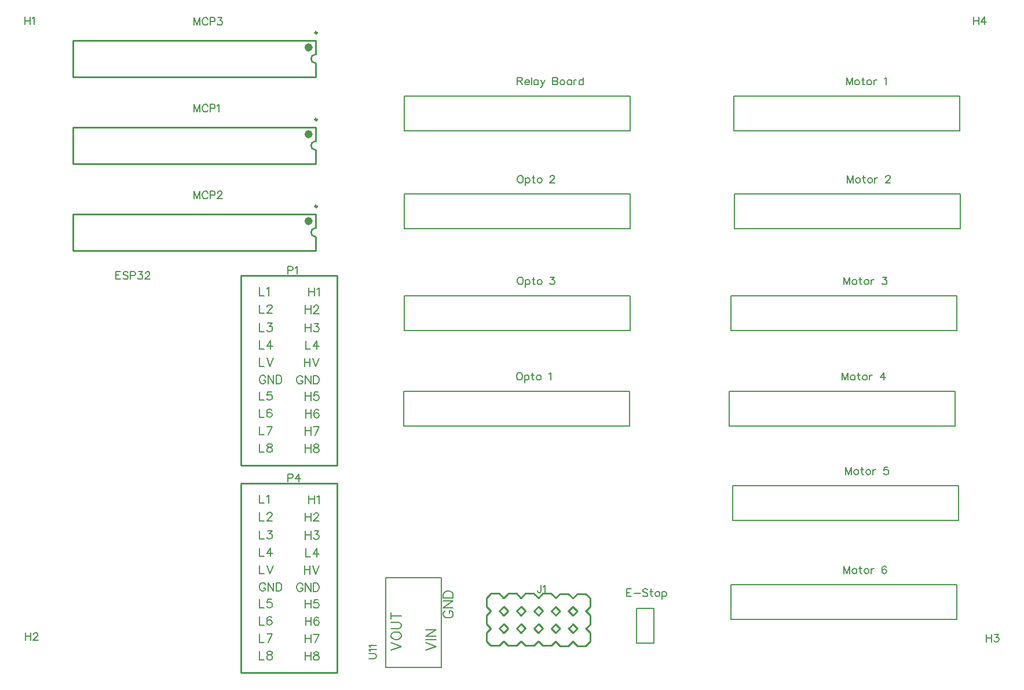
<source format=gto>
G04 Layer: TopSilkLayer*
G04 EasyEDA v6.3.22, 2020-03-25T13:14:10--4:00*
G04 1574771aa074462d83633fc8b9922ba8,dfa15b47affc40b8846523cd8aea0214,10*
G04 Gerber Generator version 0.2*
G04 Scale: 100 percent, Rotated: No, Reflected: No *
G04 Dimensions in inches *
G04 leading zeros omitted , absolute positions ,2 integer and 4 decimal *
%FSLAX24Y24*%
%MOIN*%
G90*
G70D02*

%ADD10C,0.010000*%
%ADD11C,0.005000*%
%ADD12C,0.006000*%
%ADD25C,0.008000*%
%ADD26C,0.007992*%
%ADD27C,0.023622*%
%ADD28C,0.011811*%

%LPD*%
G54D10*
G01X14440Y12456D02*
G01X19959Y12456D01*
G01X19959Y1543D01*
G01X14440Y1543D01*
G01X14440Y12456D01*
G01X14440Y24406D02*
G01X19959Y24406D01*
G01X19959Y13493D01*
G01X14440Y13493D01*
G01X14440Y24406D01*
G54D11*
G01X22752Y1848D02*
G01X22752Y6998D01*
G01X25952Y6998D01*
G01X25952Y1848D01*
G01X22752Y1848D01*
G54D10*
G01X18718Y31650D02*
G01X18718Y30856D01*
G01X4781Y30856D01*
G01X4781Y32943D01*
G01X18718Y32943D01*
G01X18718Y32150D01*
G01X18718Y26650D02*
G01X18718Y25856D01*
G01X4781Y25856D01*
G01X4781Y27943D01*
G01X18718Y27943D01*
G01X18718Y27150D01*
G01X18718Y36650D02*
G01X18718Y35856D01*
G01X4781Y35856D01*
G01X4781Y37943D01*
G01X18718Y37943D01*
G01X18718Y37150D01*
G54D25*
G01X42800Y34750D02*
G01X55800Y34750D01*
G01X55800Y32750D01*
G01X42800Y32750D01*
G01X42800Y34750D01*
G01X42850Y29100D02*
G01X55850Y29100D01*
G01X55850Y27100D01*
G01X42850Y27100D01*
G01X42850Y29100D01*
G01X42650Y23250D02*
G01X55650Y23250D01*
G01X55650Y21250D01*
G01X42650Y21250D01*
G01X42650Y23250D01*
G01X42550Y17750D02*
G01X55550Y17750D01*
G01X55550Y15750D01*
G01X42550Y15750D01*
G01X42550Y17750D01*
G01X42750Y12300D02*
G01X55750Y12300D01*
G01X55750Y10300D01*
G01X42750Y10300D01*
G01X42750Y12300D01*
G01X42650Y6600D02*
G01X55650Y6600D01*
G01X55650Y4600D01*
G01X42650Y4600D01*
G01X42650Y6600D01*
G01X23850Y34750D02*
G01X36850Y34750D01*
G01X36850Y32750D01*
G01X23850Y32750D01*
G01X23850Y34750D01*
G01X23800Y17750D02*
G01X36800Y17750D01*
G01X36800Y15750D01*
G01X23800Y15750D01*
G01X23800Y17750D01*
G01X23850Y23250D02*
G01X36850Y23250D01*
G01X36850Y21250D01*
G01X23850Y21250D01*
G01X23850Y23250D01*
G01X23850Y29100D02*
G01X36850Y29100D01*
G01X36850Y27100D01*
G01X23850Y27100D01*
G01X23850Y29100D01*
G01X37200Y5250D02*
G01X38200Y5250D01*
G01X38200Y3250D01*
G01X37200Y3250D01*
G01X37200Y4000D01*
G54D26*
G01X37200Y5250D02*
G01X37200Y4000D01*
G54D10*
G01X28559Y5341D02*
G01X28559Y5841D01*
G01X29311Y6097D02*
G01X28811Y6097D01*
G01X28807Y5097D02*
G01X28559Y5345D01*
G01X29547Y5853D02*
G01X29299Y6101D01*
G01X28807Y6089D02*
G01X28559Y5841D01*
G01X29551Y5345D02*
G01X29303Y5097D01*
G01X30311Y6097D02*
G01X29811Y6097D01*
G01X29807Y5097D02*
G01X29559Y5345D01*
G01X30547Y5853D02*
G01X30299Y6101D01*
G01X29807Y6089D02*
G01X29559Y5841D01*
G01X30551Y5345D02*
G01X30303Y5097D01*
G01X31799Y6097D02*
G01X32299Y6097D01*
G01X32303Y5097D02*
G01X32551Y5345D01*
G01X31563Y5853D02*
G01X31811Y6101D01*
G01X32303Y6089D02*
G01X32551Y5841D01*
G01X31559Y5345D02*
G01X31807Y5097D01*
G01X30799Y6097D02*
G01X31299Y6097D01*
G01X31303Y5097D02*
G01X31551Y5345D01*
G01X30563Y5853D02*
G01X30811Y6101D01*
G01X31303Y6089D02*
G01X31551Y5841D01*
G01X30559Y5345D02*
G01X30807Y5097D01*
G01X33291Y6090D02*
G01X32791Y6090D01*
G01X32787Y5090D02*
G01X32539Y5338D01*
G01X33527Y5846D02*
G01X33279Y6094D01*
G01X32787Y6082D02*
G01X32539Y5834D01*
G01X33531Y5338D02*
G01X33283Y5090D01*
G01X34291Y6090D02*
G01X33791Y6090D01*
G01X33787Y5090D02*
G01X33539Y5338D01*
G01X34527Y5846D02*
G01X34279Y6094D01*
G01X33787Y6082D02*
G01X33539Y5834D01*
G01X34531Y5338D02*
G01X34283Y5090D01*
G01X34529Y5338D02*
G01X34529Y5838D01*
G01X28561Y4346D02*
G01X28561Y4846D01*
G01X28809Y4102D02*
G01X28561Y4350D01*
G01X29549Y4858D02*
G01X29301Y5106D01*
G01X28809Y5094D02*
G01X28561Y4846D01*
G01X29553Y4350D02*
G01X29305Y4102D01*
G01X29809Y4102D02*
G01X29561Y4350D01*
G01X30549Y4858D02*
G01X30301Y5106D01*
G01X29809Y5094D02*
G01X29561Y4846D01*
G01X30553Y4350D02*
G01X30305Y4102D01*
G01X32305Y4102D02*
G01X32553Y4350D01*
G01X31566Y4858D02*
G01X31814Y5106D01*
G01X32305Y5094D02*
G01X32553Y4846D01*
G01X31561Y4350D02*
G01X31809Y4102D01*
G01X31305Y4102D02*
G01X31553Y4350D01*
G01X30566Y4858D02*
G01X30814Y5106D01*
G01X31305Y5094D02*
G01X31553Y4846D01*
G01X30561Y4350D02*
G01X30809Y4102D01*
G01X32790Y4095D02*
G01X32542Y4343D01*
G01X33530Y4851D02*
G01X33282Y5099D01*
G01X32790Y5087D02*
G01X32542Y4839D01*
G01X33534Y4343D02*
G01X33286Y4095D01*
G01X33790Y4095D02*
G01X33542Y4343D01*
G01X34530Y4851D02*
G01X34282Y5099D01*
G01X33790Y5087D02*
G01X33542Y4839D01*
G01X34534Y4343D02*
G01X34286Y4095D01*
G01X34532Y4344D02*
G01X34532Y4844D01*
G01X28557Y3346D02*
G01X28557Y3846D01*
G01X29301Y3102D02*
G01X28801Y3102D01*
G01X28805Y3102D02*
G01X28557Y3350D01*
G01X29545Y3858D02*
G01X29297Y4106D01*
G01X28805Y4094D02*
G01X28557Y3846D01*
G01X29549Y3350D02*
G01X29301Y3102D01*
G01X30301Y3102D02*
G01X29801Y3102D01*
G01X29805Y3102D02*
G01X29557Y3350D01*
G01X30545Y3858D02*
G01X30297Y4106D01*
G01X29805Y4094D02*
G01X29557Y3846D01*
G01X30549Y3350D02*
G01X30301Y3102D01*
G01X31805Y3102D02*
G01X32305Y3102D01*
G01X32301Y3102D02*
G01X32549Y3350D01*
G01X31561Y3858D02*
G01X31809Y4106D01*
G01X32301Y4094D02*
G01X32549Y3846D01*
G01X31557Y3350D02*
G01X31805Y3102D01*
G01X30805Y3102D02*
G01X31305Y3102D01*
G01X31301Y3102D02*
G01X31549Y3350D01*
G01X30561Y3858D02*
G01X30809Y4106D01*
G01X31301Y4094D02*
G01X31549Y3846D01*
G01X30557Y3350D02*
G01X30805Y3102D01*
G01X33281Y3094D02*
G01X32781Y3094D01*
G01X32785Y3094D02*
G01X32537Y3342D01*
G01X33525Y3851D02*
G01X33277Y4099D01*
G01X32785Y4087D02*
G01X32537Y3839D01*
G01X33529Y3342D02*
G01X33281Y3094D01*
G01X34281Y3094D02*
G01X33781Y3094D01*
G01X33785Y3094D02*
G01X33537Y3342D01*
G01X34525Y3851D02*
G01X34277Y4099D01*
G01X33785Y4087D02*
G01X33537Y3839D01*
G01X34529Y3342D02*
G01X34281Y3094D01*
G01X34527Y3343D02*
G01X34527Y3843D01*
G54D12*
G01X17150Y12986D02*
G01X17150Y12557D01*
G01X17150Y12986D02*
G01X17334Y12986D01*
G01X17394Y12965D01*
G01X17415Y12944D01*
G01X17435Y12903D01*
G01X17435Y12842D01*
G01X17415Y12801D01*
G01X17394Y12782D01*
G01X17334Y12761D01*
G01X17150Y12761D01*
G01X17776Y12986D02*
G01X17571Y12700D01*
G01X17877Y12700D01*
G01X17776Y12986D02*
G01X17776Y12557D01*
G54D25*
G01X15500Y11786D02*
G01X15500Y11309D01*
G01X15500Y11309D02*
G01X15772Y11309D01*
G01X15922Y11696D02*
G01X15968Y11719D01*
G01X16035Y11786D01*
G01X16035Y11309D01*
G01X15500Y10773D02*
G01X15500Y10294D01*
G01X15500Y10294D02*
G01X15772Y10294D01*
G01X15944Y10659D02*
G01X15944Y10682D01*
G01X15968Y10726D01*
G01X15990Y10750D01*
G01X16035Y10773D01*
G01X16127Y10773D01*
G01X16172Y10750D01*
G01X16194Y10726D01*
G01X16218Y10682D01*
G01X16218Y10636D01*
G01X16194Y10590D01*
G01X16150Y10523D01*
G01X15922Y10294D01*
G01X16240Y10294D01*
G01X15500Y9723D02*
G01X15500Y9244D01*
G01X15500Y9244D02*
G01X15772Y9244D01*
G01X15968Y9723D02*
G01X16218Y9723D01*
G01X16081Y9540D01*
G01X16150Y9540D01*
G01X16194Y9517D01*
G01X16218Y9494D01*
G01X16240Y9426D01*
G01X16240Y9382D01*
G01X16218Y9313D01*
G01X16172Y9267D01*
G01X16105Y9244D01*
G01X16035Y9244D01*
G01X15968Y9267D01*
G01X15944Y9290D01*
G01X15922Y9336D01*
G01X15500Y8723D02*
G01X15500Y8244D01*
G01X15500Y8244D02*
G01X15772Y8244D01*
G01X16150Y8723D02*
G01X15922Y8405D01*
G01X16264Y8405D01*
G01X16150Y8723D02*
G01X16150Y8244D01*
G01X15500Y7723D02*
G01X15500Y7244D01*
G01X15500Y7244D02*
G01X15772Y7244D01*
G01X15922Y7723D02*
G01X16105Y7244D01*
G01X16285Y7723D02*
G01X16105Y7244D01*
G01X15840Y6609D02*
G01X15818Y6655D01*
G01X15772Y6700D01*
G01X15727Y6723D01*
G01X15635Y6723D01*
G01X15590Y6700D01*
G01X15544Y6655D01*
G01X15522Y6609D01*
G01X15500Y6540D01*
G01X15500Y6426D01*
G01X15522Y6359D01*
G01X15544Y6313D01*
G01X15590Y6267D01*
G01X15635Y6244D01*
G01X15727Y6244D01*
G01X15772Y6267D01*
G01X15818Y6313D01*
G01X15840Y6359D01*
G01X15840Y6426D01*
G01X15727Y6426D02*
G01X15840Y6426D01*
G01X15990Y6723D02*
G01X15990Y6244D01*
G01X15990Y6723D02*
G01X16309Y6244D01*
G01X16309Y6723D02*
G01X16309Y6244D01*
G01X16459Y6723D02*
G01X16459Y6244D01*
G01X16459Y6723D02*
G01X16618Y6723D01*
G01X16685Y6700D01*
G01X16731Y6655D01*
G01X16755Y6609D01*
G01X16777Y6540D01*
G01X16777Y6426D01*
G01X16755Y6359D01*
G01X16731Y6313D01*
G01X16685Y6267D01*
G01X16618Y6244D01*
G01X16459Y6244D01*
G01X15500Y5773D02*
G01X15500Y5294D01*
G01X15500Y5294D02*
G01X15772Y5294D01*
G01X16194Y5773D02*
G01X15968Y5773D01*
G01X15944Y5567D01*
G01X15968Y5590D01*
G01X16035Y5613D01*
G01X16105Y5613D01*
G01X16172Y5590D01*
G01X16218Y5544D01*
G01X16240Y5476D01*
G01X16240Y5432D01*
G01X16218Y5363D01*
G01X16172Y5317D01*
G01X16105Y5294D01*
G01X16035Y5294D01*
G01X15968Y5317D01*
G01X15944Y5340D01*
G01X15922Y5386D01*
G01X15500Y4773D02*
G01X15500Y4294D01*
G01X15500Y4294D02*
G01X15772Y4294D01*
G01X16194Y4705D02*
G01X16172Y4750D01*
G01X16105Y4773D01*
G01X16059Y4773D01*
G01X15990Y4750D01*
G01X15944Y4682D01*
G01X15922Y4567D01*
G01X15922Y4455D01*
G01X15944Y4363D01*
G01X15990Y4317D01*
G01X16059Y4294D01*
G01X16081Y4294D01*
G01X16150Y4317D01*
G01X16194Y4363D01*
G01X16218Y4432D01*
G01X16218Y4455D01*
G01X16194Y4523D01*
G01X16150Y4567D01*
G01X16081Y4590D01*
G01X16059Y4590D01*
G01X15990Y4567D01*
G01X15944Y4523D01*
G01X15922Y4455D01*
G01X15500Y3773D02*
G01X15500Y3294D01*
G01X15500Y3294D02*
G01X15772Y3294D01*
G01X16240Y3773D02*
G01X16014Y3294D01*
G01X15922Y3773D02*
G01X16240Y3773D01*
G01X15500Y2773D02*
G01X15500Y2294D01*
G01X15500Y2294D02*
G01X15772Y2294D01*
G01X16035Y2773D02*
G01X15968Y2750D01*
G01X15944Y2705D01*
G01X15944Y2659D01*
G01X15968Y2613D01*
G01X16014Y2590D01*
G01X16105Y2567D01*
G01X16172Y2544D01*
G01X16218Y2500D01*
G01X16240Y2455D01*
G01X16240Y2386D01*
G01X16218Y2340D01*
G01X16194Y2317D01*
G01X16127Y2294D01*
G01X16035Y2294D01*
G01X15968Y2317D01*
G01X15944Y2340D01*
G01X15922Y2386D01*
G01X15922Y2455D01*
G01X15944Y2500D01*
G01X15990Y2544D01*
G01X16059Y2567D01*
G01X16150Y2590D01*
G01X16194Y2613D01*
G01X16218Y2659D01*
G01X16218Y2705D01*
G01X16194Y2750D01*
G01X16127Y2773D01*
G01X16035Y2773D01*
G01X18344Y11763D02*
G01X18344Y11286D01*
G01X18662Y11763D02*
G01X18662Y11286D01*
G01X18344Y11536D02*
G01X18662Y11536D01*
G01X18812Y11673D02*
G01X18858Y11696D01*
G01X18926Y11763D01*
G01X18926Y11286D01*
G01X18141Y10750D02*
G01X18141Y10271D01*
G01X18459Y10750D02*
G01X18459Y10271D01*
G01X18141Y10521D02*
G01X18459Y10521D01*
G01X18632Y10636D02*
G01X18632Y10659D01*
G01X18655Y10703D01*
G01X18677Y10726D01*
G01X18723Y10750D01*
G01X18814Y10750D01*
G01X18859Y10726D01*
G01X18882Y10703D01*
G01X18905Y10659D01*
G01X18905Y10613D01*
G01X18882Y10567D01*
G01X18836Y10500D01*
G01X18609Y10271D01*
G01X18927Y10271D01*
G01X18141Y9700D02*
G01X18141Y9221D01*
G01X18459Y9700D02*
G01X18459Y9221D01*
G01X18141Y9471D02*
G01X18459Y9471D01*
G01X18655Y9700D02*
G01X18905Y9700D01*
G01X18768Y9517D01*
G01X18836Y9517D01*
G01X18882Y9494D01*
G01X18905Y9471D01*
G01X18927Y9403D01*
G01X18927Y9359D01*
G01X18905Y9290D01*
G01X18859Y9244D01*
G01X18791Y9221D01*
G01X18723Y9221D01*
G01X18655Y9244D01*
G01X18632Y9267D01*
G01X18609Y9313D01*
G01X18162Y8699D02*
G01X18162Y8221D01*
G01X18162Y8221D02*
G01X18435Y8221D01*
G01X18812Y8699D02*
G01X18585Y8381D01*
G01X18926Y8381D01*
G01X18812Y8699D02*
G01X18812Y8221D01*
G01X18094Y7700D02*
G01X18094Y7221D01*
G01X18412Y7700D02*
G01X18412Y7221D01*
G01X18094Y7471D02*
G01X18412Y7471D01*
G01X18562Y7700D02*
G01X18744Y7221D01*
G01X18926Y7700D02*
G01X18744Y7221D01*
G01X17990Y6585D02*
G01X17968Y6631D01*
G01X17922Y6676D01*
G01X17877Y6699D01*
G01X17785Y6699D01*
G01X17740Y6676D01*
G01X17694Y6631D01*
G01X17672Y6585D01*
G01X17650Y6517D01*
G01X17650Y6403D01*
G01X17672Y6335D01*
G01X17694Y6290D01*
G01X17740Y6244D01*
G01X17785Y6221D01*
G01X17877Y6221D01*
G01X17922Y6244D01*
G01X17968Y6290D01*
G01X17990Y6335D01*
G01X17990Y6403D01*
G01X17877Y6403D02*
G01X17990Y6403D01*
G01X18140Y6699D02*
G01X18140Y6221D01*
G01X18140Y6699D02*
G01X18459Y6221D01*
G01X18459Y6699D02*
G01X18459Y6221D01*
G01X18609Y6699D02*
G01X18609Y6221D01*
G01X18609Y6699D02*
G01X18768Y6699D01*
G01X18835Y6676D01*
G01X18881Y6631D01*
G01X18905Y6585D01*
G01X18927Y6517D01*
G01X18927Y6403D01*
G01X18905Y6335D01*
G01X18881Y6290D01*
G01X18835Y6244D01*
G01X18768Y6221D01*
G01X18609Y6221D01*
G01X18141Y5750D02*
G01X18141Y5271D01*
G01X18459Y5750D02*
G01X18459Y5271D01*
G01X18141Y5521D02*
G01X18459Y5521D01*
G01X18882Y5750D02*
G01X18655Y5750D01*
G01X18632Y5544D01*
G01X18655Y5567D01*
G01X18723Y5590D01*
G01X18791Y5590D01*
G01X18859Y5567D01*
G01X18905Y5521D01*
G01X18927Y5453D01*
G01X18927Y5409D01*
G01X18905Y5340D01*
G01X18859Y5294D01*
G01X18791Y5271D01*
G01X18723Y5271D01*
G01X18655Y5294D01*
G01X18632Y5317D01*
G01X18609Y5363D01*
G01X18162Y4750D02*
G01X18162Y4271D01*
G01X18480Y4750D02*
G01X18480Y4271D01*
G01X18162Y4521D02*
G01X18480Y4521D01*
G01X18903Y4682D02*
G01X18880Y4726D01*
G01X18812Y4750D01*
G01X18767Y4750D01*
G01X18698Y4726D01*
G01X18653Y4659D01*
G01X18630Y4544D01*
G01X18630Y4432D01*
G01X18653Y4340D01*
G01X18698Y4294D01*
G01X18767Y4271D01*
G01X18789Y4271D01*
G01X18857Y4294D01*
G01X18903Y4340D01*
G01X18926Y4409D01*
G01X18926Y4432D01*
G01X18903Y4500D01*
G01X18857Y4544D01*
G01X18789Y4567D01*
G01X18767Y4567D01*
G01X18698Y4544D01*
G01X18653Y4500D01*
G01X18630Y4432D01*
G01X18141Y3750D02*
G01X18141Y3271D01*
G01X18459Y3750D02*
G01X18459Y3271D01*
G01X18141Y3521D02*
G01X18459Y3521D01*
G01X18927Y3750D02*
G01X18700Y3271D01*
G01X18609Y3750D02*
G01X18927Y3750D01*
G01X18141Y2750D02*
G01X18141Y2271D01*
G01X18459Y2750D02*
G01X18459Y2271D01*
G01X18141Y2521D02*
G01X18459Y2521D01*
G01X18723Y2750D02*
G01X18655Y2726D01*
G01X18632Y2682D01*
G01X18632Y2636D01*
G01X18655Y2590D01*
G01X18700Y2567D01*
G01X18791Y2544D01*
G01X18859Y2521D01*
G01X18905Y2476D01*
G01X18927Y2432D01*
G01X18927Y2363D01*
G01X18905Y2317D01*
G01X18882Y2294D01*
G01X18814Y2271D01*
G01X18723Y2271D01*
G01X18655Y2294D01*
G01X18632Y2317D01*
G01X18609Y2363D01*
G01X18609Y2432D01*
G01X18632Y2476D01*
G01X18677Y2521D01*
G01X18746Y2544D01*
G01X18836Y2567D01*
G01X18882Y2590D01*
G01X18905Y2636D01*
G01X18905Y2682D01*
G01X18882Y2726D01*
G01X18814Y2750D01*
G01X18723Y2750D01*
G54D12*
G01X17150Y24936D02*
G01X17150Y24507D01*
G01X17150Y24936D02*
G01X17334Y24936D01*
G01X17394Y24915D01*
G01X17415Y24894D01*
G01X17435Y24853D01*
G01X17435Y24792D01*
G01X17415Y24752D01*
G01X17394Y24732D01*
G01X17334Y24711D01*
G01X17150Y24711D01*
G01X17571Y24853D02*
G01X17611Y24875D01*
G01X17673Y24936D01*
G01X17673Y24507D01*
G54D25*
G01X15500Y23736D02*
G01X15500Y23259D01*
G01X15500Y23259D02*
G01X15772Y23259D01*
G01X15922Y23646D02*
G01X15968Y23669D01*
G01X16035Y23736D01*
G01X16035Y23259D01*
G01X15500Y22723D02*
G01X15500Y22244D01*
G01X15500Y22244D02*
G01X15772Y22244D01*
G01X15944Y22609D02*
G01X15944Y22632D01*
G01X15968Y22677D01*
G01X15990Y22700D01*
G01X16035Y22723D01*
G01X16127Y22723D01*
G01X16172Y22700D01*
G01X16194Y22677D01*
G01X16218Y22632D01*
G01X16218Y22586D01*
G01X16194Y22540D01*
G01X16150Y22473D01*
G01X15922Y22244D01*
G01X16240Y22244D01*
G01X15500Y21673D02*
G01X15500Y21194D01*
G01X15500Y21194D02*
G01X15772Y21194D01*
G01X15968Y21673D02*
G01X16218Y21673D01*
G01X16081Y21490D01*
G01X16150Y21490D01*
G01X16194Y21467D01*
G01X16218Y21444D01*
G01X16240Y21377D01*
G01X16240Y21332D01*
G01X16218Y21263D01*
G01X16172Y21217D01*
G01X16105Y21194D01*
G01X16035Y21194D01*
G01X15968Y21217D01*
G01X15944Y21240D01*
G01X15922Y21286D01*
G01X15500Y20673D02*
G01X15500Y20194D01*
G01X15500Y20194D02*
G01X15772Y20194D01*
G01X16150Y20673D02*
G01X15922Y20355D01*
G01X16264Y20355D01*
G01X16150Y20673D02*
G01X16150Y20194D01*
G01X15500Y19673D02*
G01X15500Y19194D01*
G01X15500Y19194D02*
G01X15772Y19194D01*
G01X15922Y19673D02*
G01X16105Y19194D01*
G01X16285Y19673D02*
G01X16105Y19194D01*
G01X15840Y18559D02*
G01X15818Y18605D01*
G01X15772Y18650D01*
G01X15727Y18673D01*
G01X15635Y18673D01*
G01X15590Y18650D01*
G01X15544Y18605D01*
G01X15522Y18559D01*
G01X15500Y18490D01*
G01X15500Y18377D01*
G01X15522Y18309D01*
G01X15544Y18263D01*
G01X15590Y18217D01*
G01X15635Y18194D01*
G01X15727Y18194D01*
G01X15772Y18217D01*
G01X15818Y18263D01*
G01X15840Y18309D01*
G01X15840Y18377D01*
G01X15727Y18377D02*
G01X15840Y18377D01*
G01X15990Y18673D02*
G01X15990Y18194D01*
G01X15990Y18673D02*
G01X16309Y18194D01*
G01X16309Y18673D02*
G01X16309Y18194D01*
G01X16459Y18673D02*
G01X16459Y18194D01*
G01X16459Y18673D02*
G01X16618Y18673D01*
G01X16685Y18650D01*
G01X16731Y18605D01*
G01X16755Y18559D01*
G01X16777Y18490D01*
G01X16777Y18377D01*
G01X16755Y18309D01*
G01X16731Y18263D01*
G01X16685Y18217D01*
G01X16618Y18194D01*
G01X16459Y18194D01*
G01X15500Y17723D02*
G01X15500Y17244D01*
G01X15500Y17244D02*
G01X15772Y17244D01*
G01X16194Y17723D02*
G01X15968Y17723D01*
G01X15944Y17517D01*
G01X15968Y17540D01*
G01X16035Y17563D01*
G01X16105Y17563D01*
G01X16172Y17540D01*
G01X16218Y17494D01*
G01X16240Y17427D01*
G01X16240Y17382D01*
G01X16218Y17313D01*
G01X16172Y17267D01*
G01X16105Y17244D01*
G01X16035Y17244D01*
G01X15968Y17267D01*
G01X15944Y17290D01*
G01X15922Y17336D01*
G01X15500Y16723D02*
G01X15500Y16244D01*
G01X15500Y16244D02*
G01X15772Y16244D01*
G01X16194Y16655D02*
G01X16172Y16700D01*
G01X16105Y16723D01*
G01X16059Y16723D01*
G01X15990Y16700D01*
G01X15944Y16632D01*
G01X15922Y16517D01*
G01X15922Y16405D01*
G01X15944Y16313D01*
G01X15990Y16267D01*
G01X16059Y16244D01*
G01X16081Y16244D01*
G01X16150Y16267D01*
G01X16194Y16313D01*
G01X16218Y16382D01*
G01X16218Y16405D01*
G01X16194Y16473D01*
G01X16150Y16517D01*
G01X16081Y16540D01*
G01X16059Y16540D01*
G01X15990Y16517D01*
G01X15944Y16473D01*
G01X15922Y16405D01*
G01X15500Y15723D02*
G01X15500Y15244D01*
G01X15500Y15244D02*
G01X15772Y15244D01*
G01X16240Y15723D02*
G01X16014Y15244D01*
G01X15922Y15723D02*
G01X16240Y15723D01*
G01X15500Y14723D02*
G01X15500Y14244D01*
G01X15500Y14244D02*
G01X15772Y14244D01*
G01X16035Y14723D02*
G01X15968Y14700D01*
G01X15944Y14655D01*
G01X15944Y14609D01*
G01X15968Y14563D01*
G01X16014Y14540D01*
G01X16105Y14517D01*
G01X16172Y14494D01*
G01X16218Y14450D01*
G01X16240Y14405D01*
G01X16240Y14336D01*
G01X16218Y14290D01*
G01X16194Y14267D01*
G01X16127Y14244D01*
G01X16035Y14244D01*
G01X15968Y14267D01*
G01X15944Y14290D01*
G01X15922Y14336D01*
G01X15922Y14405D01*
G01X15944Y14450D01*
G01X15990Y14494D01*
G01X16059Y14517D01*
G01X16150Y14540D01*
G01X16194Y14563D01*
G01X16218Y14609D01*
G01X16218Y14655D01*
G01X16194Y14700D01*
G01X16127Y14723D01*
G01X16035Y14723D01*
G01X18344Y23713D02*
G01X18344Y23236D01*
G01X18662Y23713D02*
G01X18662Y23236D01*
G01X18344Y23486D02*
G01X18662Y23486D01*
G01X18812Y23623D02*
G01X18858Y23646D01*
G01X18926Y23713D01*
G01X18926Y23236D01*
G01X18141Y22700D02*
G01X18141Y22221D01*
G01X18459Y22700D02*
G01X18459Y22221D01*
G01X18141Y22471D02*
G01X18459Y22471D01*
G01X18632Y22586D02*
G01X18632Y22609D01*
G01X18655Y22653D01*
G01X18677Y22677D01*
G01X18723Y22700D01*
G01X18814Y22700D01*
G01X18859Y22677D01*
G01X18882Y22653D01*
G01X18905Y22609D01*
G01X18905Y22563D01*
G01X18882Y22517D01*
G01X18836Y22450D01*
G01X18609Y22221D01*
G01X18927Y22221D01*
G01X18141Y21650D02*
G01X18141Y21171D01*
G01X18459Y21650D02*
G01X18459Y21171D01*
G01X18141Y21421D02*
G01X18459Y21421D01*
G01X18655Y21650D02*
G01X18905Y21650D01*
G01X18768Y21467D01*
G01X18836Y21467D01*
G01X18882Y21444D01*
G01X18905Y21421D01*
G01X18927Y21353D01*
G01X18927Y21309D01*
G01X18905Y21240D01*
G01X18859Y21194D01*
G01X18791Y21171D01*
G01X18723Y21171D01*
G01X18655Y21194D01*
G01X18632Y21217D01*
G01X18609Y21263D01*
G01X18162Y20649D02*
G01X18162Y20171D01*
G01X18162Y20171D02*
G01X18435Y20171D01*
G01X18812Y20649D02*
G01X18585Y20331D01*
G01X18926Y20331D01*
G01X18812Y20649D02*
G01X18812Y20171D01*
G01X18094Y19650D02*
G01X18094Y19171D01*
G01X18412Y19650D02*
G01X18412Y19171D01*
G01X18094Y19421D02*
G01X18412Y19421D01*
G01X18562Y19650D02*
G01X18744Y19171D01*
G01X18926Y19650D02*
G01X18744Y19171D01*
G01X17990Y18535D02*
G01X17968Y18581D01*
G01X17922Y18626D01*
G01X17877Y18649D01*
G01X17785Y18649D01*
G01X17740Y18626D01*
G01X17694Y18581D01*
G01X17672Y18535D01*
G01X17650Y18467D01*
G01X17650Y18353D01*
G01X17672Y18285D01*
G01X17694Y18240D01*
G01X17740Y18194D01*
G01X17785Y18171D01*
G01X17877Y18171D01*
G01X17922Y18194D01*
G01X17968Y18240D01*
G01X17990Y18285D01*
G01X17990Y18353D01*
G01X17877Y18353D02*
G01X17990Y18353D01*
G01X18140Y18649D02*
G01X18140Y18171D01*
G01X18140Y18649D02*
G01X18459Y18171D01*
G01X18459Y18649D02*
G01X18459Y18171D01*
G01X18609Y18649D02*
G01X18609Y18171D01*
G01X18609Y18649D02*
G01X18768Y18649D01*
G01X18835Y18626D01*
G01X18881Y18581D01*
G01X18905Y18535D01*
G01X18927Y18467D01*
G01X18927Y18353D01*
G01X18905Y18285D01*
G01X18881Y18240D01*
G01X18835Y18194D01*
G01X18768Y18171D01*
G01X18609Y18171D01*
G01X18141Y17700D02*
G01X18141Y17221D01*
G01X18459Y17700D02*
G01X18459Y17221D01*
G01X18141Y17471D02*
G01X18459Y17471D01*
G01X18882Y17700D02*
G01X18655Y17700D01*
G01X18632Y17494D01*
G01X18655Y17517D01*
G01X18723Y17540D01*
G01X18791Y17540D01*
G01X18859Y17517D01*
G01X18905Y17471D01*
G01X18927Y17403D01*
G01X18927Y17359D01*
G01X18905Y17290D01*
G01X18859Y17244D01*
G01X18791Y17221D01*
G01X18723Y17221D01*
G01X18655Y17244D01*
G01X18632Y17267D01*
G01X18609Y17313D01*
G01X18162Y16700D02*
G01X18162Y16221D01*
G01X18480Y16700D02*
G01X18480Y16221D01*
G01X18162Y16471D02*
G01X18480Y16471D01*
G01X18903Y16632D02*
G01X18880Y16677D01*
G01X18812Y16700D01*
G01X18767Y16700D01*
G01X18698Y16677D01*
G01X18653Y16609D01*
G01X18630Y16494D01*
G01X18630Y16382D01*
G01X18653Y16290D01*
G01X18698Y16244D01*
G01X18767Y16221D01*
G01X18789Y16221D01*
G01X18857Y16244D01*
G01X18903Y16290D01*
G01X18926Y16359D01*
G01X18926Y16382D01*
G01X18903Y16450D01*
G01X18857Y16494D01*
G01X18789Y16517D01*
G01X18767Y16517D01*
G01X18698Y16494D01*
G01X18653Y16450D01*
G01X18630Y16382D01*
G01X18141Y15700D02*
G01X18141Y15221D01*
G01X18459Y15700D02*
G01X18459Y15221D01*
G01X18141Y15471D02*
G01X18459Y15471D01*
G01X18927Y15700D02*
G01X18700Y15221D01*
G01X18609Y15700D02*
G01X18927Y15700D01*
G01X18141Y14700D02*
G01X18141Y14221D01*
G01X18459Y14700D02*
G01X18459Y14221D01*
G01X18141Y14471D02*
G01X18459Y14471D01*
G01X18723Y14700D02*
G01X18655Y14676D01*
G01X18632Y14632D01*
G01X18632Y14586D01*
G01X18655Y14540D01*
G01X18700Y14517D01*
G01X18791Y14494D01*
G01X18859Y14471D01*
G01X18905Y14426D01*
G01X18927Y14382D01*
G01X18927Y14313D01*
G01X18905Y14267D01*
G01X18882Y14244D01*
G01X18814Y14221D01*
G01X18723Y14221D01*
G01X18655Y14244D01*
G01X18632Y14267D01*
G01X18609Y14313D01*
G01X18609Y14382D01*
G01X18632Y14426D01*
G01X18677Y14471D01*
G01X18746Y14494D01*
G01X18836Y14517D01*
G01X18882Y14540D01*
G01X18905Y14586D01*
G01X18905Y14632D01*
G01X18882Y14676D01*
G01X18814Y14700D01*
G01X18723Y14700D01*
G54D12*
G01X21796Y2350D02*
G01X22102Y2350D01*
G01X22164Y2369D01*
G01X22205Y2411D01*
G01X22225Y2473D01*
G01X22225Y2513D01*
G01X22205Y2575D01*
G01X22164Y2615D01*
G01X22102Y2636D01*
G01X21796Y2636D01*
G01X21877Y2771D02*
G01X21856Y2811D01*
G01X21796Y2873D01*
G01X22225Y2873D01*
G01X21877Y3009D02*
G01X21856Y3050D01*
G01X21796Y3111D01*
G01X22225Y3111D01*
G54D25*
G01X23082Y2840D02*
G01X23655Y3057D01*
G01X23082Y3276D02*
G01X23655Y3057D01*
G01X23082Y3619D02*
G01X23110Y3565D01*
G01X23164Y3511D01*
G01X23218Y3484D01*
G01X23301Y3455D01*
G01X23436Y3455D01*
G01X23518Y3484D01*
G01X23573Y3511D01*
G01X23627Y3565D01*
G01X23655Y3619D01*
G01X23655Y3728D01*
G01X23627Y3784D01*
G01X23573Y3838D01*
G01X23518Y3865D01*
G01X23436Y3892D01*
G01X23301Y3892D01*
G01X23218Y3865D01*
G01X23164Y3838D01*
G01X23110Y3784D01*
G01X23082Y3728D01*
G01X23082Y3619D01*
G01X23082Y4073D02*
G01X23492Y4073D01*
G01X23573Y4100D01*
G01X23627Y4155D01*
G01X23655Y4236D01*
G01X23655Y4290D01*
G01X23627Y4373D01*
G01X23573Y4426D01*
G01X23492Y4455D01*
G01X23082Y4455D01*
G01X23082Y4825D02*
G01X23655Y4825D01*
G01X23082Y4634D02*
G01X23082Y5015D01*
G01X26211Y5109D02*
G01X26157Y5082D01*
G01X26102Y5027D01*
G01X26075Y4973D01*
G01X26075Y4864D01*
G01X26102Y4809D01*
G01X26157Y4755D01*
G01X26211Y4727D01*
G01X26293Y4700D01*
G01X26429Y4700D01*
G01X26511Y4727D01*
G01X26566Y4755D01*
G01X26620Y4809D01*
G01X26647Y4864D01*
G01X26647Y4973D01*
G01X26620Y5027D01*
G01X26566Y5082D01*
G01X26511Y5109D01*
G01X26429Y5109D01*
G01X26429Y4973D02*
G01X26429Y5109D01*
G01X26075Y5289D02*
G01X26647Y5289D01*
G01X26075Y5289D02*
G01X26647Y5671D01*
G01X26075Y5671D02*
G01X26647Y5671D01*
G01X26075Y5851D02*
G01X26647Y5851D01*
G01X26075Y5851D02*
G01X26075Y6042D01*
G01X26102Y6124D01*
G01X26157Y6178D01*
G01X26211Y6205D01*
G01X26293Y6233D01*
G01X26429Y6233D01*
G01X26511Y6205D01*
G01X26566Y6178D01*
G01X26620Y6124D01*
G01X26647Y6042D01*
G01X26647Y5851D01*
G01X25082Y2840D02*
G01X25655Y3057D01*
G01X25082Y3276D02*
G01X25655Y3057D01*
G01X25082Y3455D02*
G01X25655Y3455D01*
G01X25082Y3636D02*
G01X25655Y3636D01*
G01X25082Y3636D02*
G01X25655Y4017D01*
G01X25082Y4017D02*
G01X25655Y4017D01*
G54D12*
G01X7250Y24636D02*
G01X7250Y24207D01*
G01X7250Y24636D02*
G01X7515Y24636D01*
G01X7250Y24432D02*
G01X7414Y24432D01*
G01X7250Y24207D02*
G01X7515Y24207D01*
G01X7936Y24575D02*
G01X7896Y24615D01*
G01X7835Y24636D01*
G01X7752Y24636D01*
G01X7692Y24615D01*
G01X7651Y24575D01*
G01X7651Y24534D01*
G01X7671Y24492D01*
G01X7692Y24473D01*
G01X7732Y24453D01*
G01X7855Y24411D01*
G01X7896Y24390D01*
G01X7917Y24371D01*
G01X7936Y24330D01*
G01X7936Y24267D01*
G01X7896Y24228D01*
G01X7835Y24207D01*
G01X7752Y24207D01*
G01X7692Y24228D01*
G01X7651Y24267D01*
G01X8072Y24636D02*
G01X8072Y24207D01*
G01X8072Y24636D02*
G01X8256Y24636D01*
G01X8318Y24615D01*
G01X8338Y24596D01*
G01X8359Y24555D01*
G01X8359Y24492D01*
G01X8338Y24453D01*
G01X8318Y24432D01*
G01X8256Y24411D01*
G01X8072Y24411D01*
G01X8535Y24636D02*
G01X8760Y24636D01*
G01X8636Y24473D01*
G01X8697Y24473D01*
G01X8739Y24453D01*
G01X8760Y24432D01*
G01X8780Y24371D01*
G01X8780Y24330D01*
G01X8760Y24267D01*
G01X8718Y24228D01*
G01X8656Y24207D01*
G01X8596Y24207D01*
G01X8535Y24228D01*
G01X8514Y24248D01*
G01X8493Y24288D01*
G01X8935Y24534D02*
G01X8935Y24555D01*
G01X8956Y24596D01*
G01X8976Y24615D01*
G01X9017Y24636D01*
G01X9098Y24636D01*
G01X9139Y24615D01*
G01X9160Y24596D01*
G01X9181Y24555D01*
G01X9181Y24513D01*
G01X9160Y24473D01*
G01X9119Y24411D01*
G01X8914Y24207D01*
G01X9201Y24207D01*
G01X11750Y34265D02*
G01X11750Y33834D01*
G01X11750Y34265D02*
G01X11914Y33834D01*
G01X12077Y34265D02*
G01X11914Y33834D01*
G01X12077Y34265D02*
G01X12077Y33834D01*
G01X12518Y34161D02*
G01X12498Y34203D01*
G01X12457Y34244D01*
G01X12417Y34265D01*
G01X12335Y34265D01*
G01X12293Y34244D01*
G01X12252Y34203D01*
G01X12232Y34161D01*
G01X12211Y34101D01*
G01X12211Y33998D01*
G01X12232Y33936D01*
G01X12252Y33896D01*
G01X12293Y33855D01*
G01X12335Y33834D01*
G01X12417Y33834D01*
G01X12457Y33855D01*
G01X12498Y33896D01*
G01X12518Y33936D01*
G01X12653Y34265D02*
G01X12653Y33834D01*
G01X12653Y34265D02*
G01X12838Y34265D01*
G01X12900Y34244D01*
G01X12919Y34223D01*
G01X12939Y34182D01*
G01X12939Y34121D01*
G01X12919Y34080D01*
G01X12900Y34059D01*
G01X12838Y34040D01*
G01X12653Y34040D01*
G01X13075Y34182D02*
G01X13115Y34203D01*
G01X13177Y34265D01*
G01X13177Y33834D01*
G01X11750Y29265D02*
G01X11750Y28834D01*
G01X11750Y29265D02*
G01X11914Y28834D01*
G01X12077Y29265D02*
G01X11914Y28834D01*
G01X12077Y29265D02*
G01X12077Y28834D01*
G01X12518Y29161D02*
G01X12498Y29203D01*
G01X12457Y29244D01*
G01X12417Y29265D01*
G01X12335Y29265D01*
G01X12293Y29244D01*
G01X12252Y29203D01*
G01X12232Y29161D01*
G01X12211Y29101D01*
G01X12211Y28998D01*
G01X12232Y28936D01*
G01X12252Y28896D01*
G01X12293Y28855D01*
G01X12335Y28834D01*
G01X12417Y28834D01*
G01X12457Y28855D01*
G01X12498Y28896D01*
G01X12518Y28936D01*
G01X12653Y29265D02*
G01X12653Y28834D01*
G01X12653Y29265D02*
G01X12838Y29265D01*
G01X12900Y29244D01*
G01X12919Y29223D01*
G01X12939Y29182D01*
G01X12939Y29121D01*
G01X12919Y29080D01*
G01X12900Y29059D01*
G01X12838Y29040D01*
G01X12653Y29040D01*
G01X13096Y29161D02*
G01X13096Y29182D01*
G01X13115Y29223D01*
G01X13136Y29244D01*
G01X13177Y29265D01*
G01X13260Y29265D01*
G01X13300Y29244D01*
G01X13321Y29223D01*
G01X13340Y29182D01*
G01X13340Y29142D01*
G01X13321Y29101D01*
G01X13280Y29040D01*
G01X13075Y28834D01*
G01X13361Y28834D01*
G01X11750Y39265D02*
G01X11750Y38834D01*
G01X11750Y39265D02*
G01X11914Y38834D01*
G01X12077Y39265D02*
G01X11914Y38834D01*
G01X12077Y39265D02*
G01X12077Y38834D01*
G01X12518Y39161D02*
G01X12498Y39203D01*
G01X12457Y39244D01*
G01X12417Y39265D01*
G01X12335Y39265D01*
G01X12293Y39244D01*
G01X12252Y39203D01*
G01X12232Y39161D01*
G01X12211Y39101D01*
G01X12211Y38998D01*
G01X12232Y38936D01*
G01X12252Y38896D01*
G01X12293Y38855D01*
G01X12335Y38834D01*
G01X12417Y38834D01*
G01X12457Y38855D01*
G01X12498Y38896D01*
G01X12518Y38936D01*
G01X12653Y39265D02*
G01X12653Y38834D01*
G01X12653Y39265D02*
G01X12838Y39265D01*
G01X12900Y39244D01*
G01X12919Y39223D01*
G01X12939Y39182D01*
G01X12939Y39121D01*
G01X12919Y39080D01*
G01X12900Y39059D01*
G01X12838Y39040D01*
G01X12653Y39040D01*
G01X13115Y39265D02*
G01X13340Y39265D01*
G01X13218Y39101D01*
G01X13280Y39101D01*
G01X13321Y39080D01*
G01X13340Y39059D01*
G01X13361Y38998D01*
G01X13361Y38957D01*
G01X13340Y38896D01*
G01X13300Y38855D01*
G01X13239Y38834D01*
G01X13177Y38834D01*
G01X13115Y38855D01*
G01X13096Y38876D01*
G01X13075Y38917D01*
G01X49300Y35830D02*
G01X49300Y35400D01*
G01X49300Y35830D02*
G01X49464Y35400D01*
G01X49627Y35830D02*
G01X49464Y35400D01*
G01X49627Y35830D02*
G01X49627Y35400D01*
G01X49864Y35686D02*
G01X49823Y35665D01*
G01X49782Y35625D01*
G01X49761Y35563D01*
G01X49761Y35523D01*
G01X49782Y35461D01*
G01X49823Y35419D01*
G01X49864Y35400D01*
G01X49926Y35400D01*
G01X49967Y35419D01*
G01X50007Y35461D01*
G01X50027Y35523D01*
G01X50027Y35563D01*
G01X50007Y35625D01*
G01X49967Y35665D01*
G01X49926Y35686D01*
G01X49864Y35686D01*
G01X50225Y35830D02*
G01X50225Y35482D01*
G01X50244Y35419D01*
G01X50285Y35400D01*
G01X50327Y35400D01*
G01X50163Y35686D02*
G01X50306Y35686D01*
G01X50564Y35686D02*
G01X50522Y35665D01*
G01X50481Y35625D01*
G01X50461Y35563D01*
G01X50461Y35523D01*
G01X50481Y35461D01*
G01X50522Y35419D01*
G01X50564Y35400D01*
G01X50625Y35400D01*
G01X50665Y35419D01*
G01X50706Y35461D01*
G01X50727Y35523D01*
G01X50727Y35563D01*
G01X50706Y35625D01*
G01X50665Y35665D01*
G01X50625Y35686D01*
G01X50564Y35686D01*
G01X50863Y35686D02*
G01X50863Y35400D01*
G01X50863Y35563D02*
G01X50882Y35625D01*
G01X50923Y35665D01*
G01X50964Y35686D01*
G01X51026Y35686D01*
G01X51476Y35748D02*
G01X51517Y35767D01*
G01X51579Y35830D01*
G01X51579Y35400D01*
G01X49350Y30180D02*
G01X49350Y29750D01*
G01X49350Y30180D02*
G01X49514Y29750D01*
G01X49677Y30180D02*
G01X49514Y29750D01*
G01X49677Y30180D02*
G01X49677Y29750D01*
G01X49914Y30036D02*
G01X49873Y30015D01*
G01X49832Y29975D01*
G01X49811Y29913D01*
G01X49811Y29873D01*
G01X49832Y29811D01*
G01X49873Y29769D01*
G01X49914Y29750D01*
G01X49976Y29750D01*
G01X50017Y29769D01*
G01X50057Y29811D01*
G01X50077Y29873D01*
G01X50077Y29913D01*
G01X50057Y29975D01*
G01X50017Y30015D01*
G01X49976Y30036D01*
G01X49914Y30036D01*
G01X50275Y30180D02*
G01X50275Y29832D01*
G01X50294Y29769D01*
G01X50335Y29750D01*
G01X50377Y29750D01*
G01X50213Y30036D02*
G01X50356Y30036D01*
G01X50614Y30036D02*
G01X50572Y30015D01*
G01X50531Y29975D01*
G01X50511Y29913D01*
G01X50511Y29873D01*
G01X50531Y29811D01*
G01X50572Y29769D01*
G01X50614Y29750D01*
G01X50675Y29750D01*
G01X50715Y29769D01*
G01X50756Y29811D01*
G01X50777Y29873D01*
G01X50777Y29913D01*
G01X50756Y29975D01*
G01X50715Y30015D01*
G01X50675Y30036D01*
G01X50614Y30036D01*
G01X50913Y30036D02*
G01X50913Y29750D01*
G01X50913Y29913D02*
G01X50932Y29975D01*
G01X50973Y30015D01*
G01X51014Y30036D01*
G01X51076Y30036D01*
G01X51547Y30077D02*
G01X51547Y30098D01*
G01X51567Y30138D01*
G01X51588Y30159D01*
G01X51629Y30180D01*
G01X51710Y30180D01*
G01X51751Y30159D01*
G01X51772Y30138D01*
G01X51792Y30098D01*
G01X51792Y30057D01*
G01X51772Y30015D01*
G01X51731Y29955D01*
G01X51526Y29750D01*
G01X51813Y29750D01*
G01X49150Y24330D02*
G01X49150Y23900D01*
G01X49150Y24330D02*
G01X49314Y23900D01*
G01X49477Y24330D02*
G01X49314Y23900D01*
G01X49477Y24330D02*
G01X49477Y23900D01*
G01X49714Y24186D02*
G01X49673Y24165D01*
G01X49632Y24125D01*
G01X49611Y24063D01*
G01X49611Y24023D01*
G01X49632Y23961D01*
G01X49673Y23919D01*
G01X49714Y23900D01*
G01X49776Y23900D01*
G01X49817Y23919D01*
G01X49857Y23961D01*
G01X49877Y24023D01*
G01X49877Y24063D01*
G01X49857Y24125D01*
G01X49817Y24165D01*
G01X49776Y24186D01*
G01X49714Y24186D01*
G01X50075Y24330D02*
G01X50075Y23982D01*
G01X50094Y23919D01*
G01X50135Y23900D01*
G01X50177Y23900D01*
G01X50013Y24186D02*
G01X50156Y24186D01*
G01X50414Y24186D02*
G01X50372Y24165D01*
G01X50331Y24125D01*
G01X50311Y24063D01*
G01X50311Y24023D01*
G01X50331Y23961D01*
G01X50372Y23919D01*
G01X50414Y23900D01*
G01X50475Y23900D01*
G01X50515Y23919D01*
G01X50556Y23961D01*
G01X50577Y24023D01*
G01X50577Y24063D01*
G01X50556Y24125D01*
G01X50515Y24165D01*
G01X50475Y24186D01*
G01X50414Y24186D01*
G01X50713Y24186D02*
G01X50713Y23900D01*
G01X50713Y24063D02*
G01X50732Y24125D01*
G01X50773Y24165D01*
G01X50814Y24186D01*
G01X50876Y24186D01*
G01X51367Y24330D02*
G01X51592Y24330D01*
G01X51469Y24165D01*
G01X51531Y24165D01*
G01X51572Y24144D01*
G01X51592Y24125D01*
G01X51613Y24063D01*
G01X51613Y24023D01*
G01X51592Y23961D01*
G01X51551Y23919D01*
G01X51489Y23900D01*
G01X51429Y23900D01*
G01X51367Y23919D01*
G01X51347Y23940D01*
G01X51326Y23982D01*
G01X49050Y18830D02*
G01X49050Y18400D01*
G01X49050Y18830D02*
G01X49214Y18400D01*
G01X49377Y18830D02*
G01X49214Y18400D01*
G01X49377Y18830D02*
G01X49377Y18400D01*
G01X49614Y18686D02*
G01X49573Y18665D01*
G01X49532Y18625D01*
G01X49511Y18563D01*
G01X49511Y18523D01*
G01X49532Y18461D01*
G01X49573Y18419D01*
G01X49614Y18400D01*
G01X49676Y18400D01*
G01X49717Y18419D01*
G01X49757Y18461D01*
G01X49777Y18523D01*
G01X49777Y18563D01*
G01X49757Y18625D01*
G01X49717Y18665D01*
G01X49676Y18686D01*
G01X49614Y18686D01*
G01X49975Y18830D02*
G01X49975Y18482D01*
G01X49994Y18419D01*
G01X50035Y18400D01*
G01X50077Y18400D01*
G01X49913Y18686D02*
G01X50056Y18686D01*
G01X50314Y18686D02*
G01X50272Y18665D01*
G01X50231Y18625D01*
G01X50211Y18563D01*
G01X50211Y18523D01*
G01X50231Y18461D01*
G01X50272Y18419D01*
G01X50314Y18400D01*
G01X50375Y18400D01*
G01X50415Y18419D01*
G01X50456Y18461D01*
G01X50477Y18523D01*
G01X50477Y18563D01*
G01X50456Y18625D01*
G01X50415Y18665D01*
G01X50375Y18686D01*
G01X50314Y18686D01*
G01X50613Y18686D02*
G01X50613Y18400D01*
G01X50613Y18563D02*
G01X50632Y18625D01*
G01X50673Y18665D01*
G01X50714Y18686D01*
G01X50776Y18686D01*
G01X51431Y18830D02*
G01X51226Y18542D01*
G01X51532Y18542D01*
G01X51431Y18830D02*
G01X51431Y18400D01*
G01X49250Y13380D02*
G01X49250Y12950D01*
G01X49250Y13380D02*
G01X49414Y12950D01*
G01X49577Y13380D02*
G01X49414Y12950D01*
G01X49577Y13380D02*
G01X49577Y12950D01*
G01X49814Y13236D02*
G01X49773Y13215D01*
G01X49732Y13175D01*
G01X49711Y13113D01*
G01X49711Y13073D01*
G01X49732Y13011D01*
G01X49773Y12969D01*
G01X49814Y12950D01*
G01X49876Y12950D01*
G01X49917Y12969D01*
G01X49957Y13011D01*
G01X49977Y13073D01*
G01X49977Y13113D01*
G01X49957Y13175D01*
G01X49917Y13215D01*
G01X49876Y13236D01*
G01X49814Y13236D01*
G01X50175Y13380D02*
G01X50175Y13032D01*
G01X50194Y12969D01*
G01X50235Y12950D01*
G01X50277Y12950D01*
G01X50113Y13236D02*
G01X50256Y13236D01*
G01X50514Y13236D02*
G01X50472Y13215D01*
G01X50431Y13175D01*
G01X50411Y13113D01*
G01X50411Y13073D01*
G01X50431Y13011D01*
G01X50472Y12969D01*
G01X50514Y12950D01*
G01X50575Y12950D01*
G01X50615Y12969D01*
G01X50656Y13011D01*
G01X50677Y13073D01*
G01X50677Y13113D01*
G01X50656Y13175D01*
G01X50615Y13215D01*
G01X50575Y13236D01*
G01X50514Y13236D01*
G01X50813Y13236D02*
G01X50813Y12950D01*
G01X50813Y13113D02*
G01X50832Y13175D01*
G01X50873Y13215D01*
G01X50914Y13236D01*
G01X50976Y13236D01*
G01X51672Y13380D02*
G01X51467Y13380D01*
G01X51447Y13194D01*
G01X51467Y13215D01*
G01X51529Y13236D01*
G01X51589Y13236D01*
G01X51651Y13215D01*
G01X51692Y13175D01*
G01X51713Y13113D01*
G01X51713Y13073D01*
G01X51692Y13011D01*
G01X51651Y12969D01*
G01X51589Y12950D01*
G01X51529Y12950D01*
G01X51467Y12969D01*
G01X51447Y12990D01*
G01X51426Y13032D01*
G01X49150Y7680D02*
G01X49150Y7250D01*
G01X49150Y7680D02*
G01X49314Y7250D01*
G01X49477Y7680D02*
G01X49314Y7250D01*
G01X49477Y7680D02*
G01X49477Y7250D01*
G01X49714Y7536D02*
G01X49673Y7515D01*
G01X49632Y7475D01*
G01X49611Y7413D01*
G01X49611Y7373D01*
G01X49632Y7311D01*
G01X49673Y7269D01*
G01X49714Y7250D01*
G01X49776Y7250D01*
G01X49817Y7269D01*
G01X49857Y7311D01*
G01X49877Y7373D01*
G01X49877Y7413D01*
G01X49857Y7475D01*
G01X49817Y7515D01*
G01X49776Y7536D01*
G01X49714Y7536D01*
G01X50075Y7680D02*
G01X50075Y7332D01*
G01X50094Y7269D01*
G01X50135Y7250D01*
G01X50177Y7250D01*
G01X50013Y7536D02*
G01X50156Y7536D01*
G01X50414Y7536D02*
G01X50372Y7515D01*
G01X50331Y7475D01*
G01X50311Y7413D01*
G01X50311Y7373D01*
G01X50331Y7311D01*
G01X50372Y7269D01*
G01X50414Y7250D01*
G01X50475Y7250D01*
G01X50515Y7269D01*
G01X50556Y7311D01*
G01X50577Y7373D01*
G01X50577Y7413D01*
G01X50556Y7475D01*
G01X50515Y7515D01*
G01X50475Y7536D01*
G01X50414Y7536D01*
G01X50713Y7536D02*
G01X50713Y7250D01*
G01X50713Y7413D02*
G01X50732Y7475D01*
G01X50773Y7515D01*
G01X50814Y7536D01*
G01X50876Y7536D01*
G01X51572Y7617D02*
G01X51551Y7659D01*
G01X51489Y7680D01*
G01X51448Y7680D01*
G01X51388Y7659D01*
G01X51347Y7598D01*
G01X51326Y7494D01*
G01X51326Y7392D01*
G01X51347Y7311D01*
G01X51388Y7269D01*
G01X51448Y7250D01*
G01X51469Y7250D01*
G01X51531Y7269D01*
G01X51572Y7311D01*
G01X51592Y7373D01*
G01X51592Y7392D01*
G01X51572Y7455D01*
G01X51531Y7494D01*
G01X51469Y7515D01*
G01X51448Y7515D01*
G01X51388Y7494D01*
G01X51347Y7455D01*
G01X51326Y7392D01*
G01X30350Y35830D02*
G01X30350Y35400D01*
G01X30350Y35830D02*
G01X30534Y35830D01*
G01X30594Y35809D01*
G01X30615Y35788D01*
G01X30635Y35748D01*
G01X30635Y35707D01*
G01X30615Y35665D01*
G01X30594Y35644D01*
G01X30534Y35625D01*
G01X30350Y35625D01*
G01X30493Y35625D02*
G01X30635Y35400D01*
G01X30771Y35563D02*
G01X31017Y35563D01*
G01X31017Y35605D01*
G01X30996Y35644D01*
G01X30976Y35665D01*
G01X30935Y35686D01*
G01X30873Y35686D01*
G01X30832Y35665D01*
G01X30792Y35625D01*
G01X30771Y35563D01*
G01X30771Y35523D01*
G01X30792Y35461D01*
G01X30832Y35419D01*
G01X30873Y35400D01*
G01X30935Y35400D01*
G01X30976Y35419D01*
G01X31017Y35461D01*
G01X31152Y35830D02*
G01X31152Y35400D01*
G01X31531Y35686D02*
G01X31531Y35400D01*
G01X31531Y35625D02*
G01X31490Y35665D01*
G01X31450Y35686D01*
G01X31389Y35686D01*
G01X31347Y35665D01*
G01X31306Y35625D01*
G01X31286Y35563D01*
G01X31286Y35523D01*
G01X31306Y35461D01*
G01X31347Y35419D01*
G01X31389Y35400D01*
G01X31450Y35400D01*
G01X31490Y35419D01*
G01X31531Y35461D01*
G01X31688Y35686D02*
G01X31810Y35400D01*
G01X31932Y35686D02*
G01X31810Y35400D01*
G01X31769Y35317D01*
G01X31728Y35277D01*
G01X31688Y35257D01*
G01X31667Y35257D01*
G01X32382Y35830D02*
G01X32382Y35400D01*
G01X32382Y35830D02*
G01X32567Y35830D01*
G01X32628Y35809D01*
G01X32648Y35788D01*
G01X32669Y35748D01*
G01X32669Y35707D01*
G01X32648Y35665D01*
G01X32628Y35644D01*
G01X32567Y35625D01*
G01X32382Y35625D02*
G01X32567Y35625D01*
G01X32628Y35605D01*
G01X32648Y35584D01*
G01X32669Y35542D01*
G01X32669Y35482D01*
G01X32648Y35440D01*
G01X32628Y35419D01*
G01X32567Y35400D01*
G01X32382Y35400D01*
G01X32906Y35686D02*
G01X32865Y35665D01*
G01X32825Y35625D01*
G01X32805Y35563D01*
G01X32805Y35523D01*
G01X32825Y35461D01*
G01X32865Y35419D01*
G01X32906Y35400D01*
G01X32968Y35400D01*
G01X33009Y35419D01*
G01X33050Y35461D01*
G01X33069Y35523D01*
G01X33069Y35563D01*
G01X33050Y35625D01*
G01X33009Y35665D01*
G01X32968Y35686D01*
G01X32906Y35686D01*
G01X33451Y35686D02*
G01X33451Y35400D01*
G01X33451Y35625D02*
G01X33410Y35665D01*
G01X33368Y35686D01*
G01X33307Y35686D01*
G01X33267Y35665D01*
G01X33226Y35625D01*
G01X33205Y35563D01*
G01X33205Y35523D01*
G01X33226Y35461D01*
G01X33267Y35419D01*
G01X33307Y35400D01*
G01X33368Y35400D01*
G01X33410Y35419D01*
G01X33451Y35461D01*
G01X33585Y35686D02*
G01X33585Y35400D01*
G01X33585Y35563D02*
G01X33606Y35625D01*
G01X33647Y35665D01*
G01X33688Y35686D01*
G01X33750Y35686D01*
G01X34130Y35830D02*
G01X34130Y35400D01*
G01X34130Y35625D02*
G01X34089Y35665D01*
G01X34047Y35686D01*
G01X33986Y35686D01*
G01X33946Y35665D01*
G01X33905Y35625D01*
G01X33885Y35563D01*
G01X33885Y35523D01*
G01X33905Y35461D01*
G01X33946Y35419D01*
G01X33986Y35400D01*
G01X34047Y35400D01*
G01X34089Y35419D01*
G01X34130Y35461D01*
G01X30422Y18830D02*
G01X30381Y18809D01*
G01X30340Y18767D01*
G01X30319Y18727D01*
G01X30300Y18665D01*
G01X30300Y18563D01*
G01X30319Y18502D01*
G01X30340Y18461D01*
G01X30381Y18419D01*
G01X30422Y18400D01*
G01X30505Y18400D01*
G01X30544Y18419D01*
G01X30585Y18461D01*
G01X30606Y18502D01*
G01X30627Y18563D01*
G01X30627Y18665D01*
G01X30606Y18727D01*
G01X30585Y18767D01*
G01X30544Y18809D01*
G01X30505Y18830D01*
G01X30422Y18830D01*
G01X30761Y18686D02*
G01X30761Y18257D01*
G01X30761Y18625D02*
G01X30802Y18665D01*
G01X30843Y18686D01*
G01X30905Y18686D01*
G01X30946Y18665D01*
G01X30986Y18625D01*
G01X31007Y18563D01*
G01X31007Y18523D01*
G01X30986Y18461D01*
G01X30946Y18419D01*
G01X30905Y18400D01*
G01X30843Y18400D01*
G01X30802Y18419D01*
G01X30761Y18461D01*
G01X31203Y18830D02*
G01X31203Y18482D01*
G01X31225Y18419D01*
G01X31264Y18400D01*
G01X31306Y18400D01*
G01X31143Y18686D02*
G01X31285Y18686D01*
G01X31543Y18686D02*
G01X31502Y18665D01*
G01X31461Y18625D01*
G01X31440Y18563D01*
G01X31440Y18523D01*
G01X31461Y18461D01*
G01X31502Y18419D01*
G01X31543Y18400D01*
G01X31605Y18400D01*
G01X31646Y18419D01*
G01X31686Y18461D01*
G01X31706Y18523D01*
G01X31706Y18563D01*
G01X31686Y18625D01*
G01X31646Y18665D01*
G01X31605Y18686D01*
G01X31543Y18686D01*
G01X32156Y18748D02*
G01X32197Y18767D01*
G01X32260Y18830D01*
G01X32260Y18400D01*
G01X2000Y39300D02*
G01X2000Y38869D01*
G01X2286Y39300D02*
G01X2286Y38869D01*
G01X2000Y39094D02*
G01X2286Y39094D01*
G01X2421Y39217D02*
G01X2461Y39238D01*
G01X2523Y39300D01*
G01X2523Y38869D01*
G01X2050Y3850D02*
G01X2050Y3419D01*
G01X2336Y3850D02*
G01X2336Y3419D01*
G01X2050Y3644D02*
G01X2336Y3644D01*
G01X2492Y3746D02*
G01X2492Y3767D01*
G01X2511Y3809D01*
G01X2532Y3828D01*
G01X2573Y3850D01*
G01X2655Y3850D01*
G01X2696Y3828D01*
G01X2717Y3809D01*
G01X2736Y3767D01*
G01X2736Y3726D01*
G01X2717Y3686D01*
G01X2676Y3625D01*
G01X2471Y3419D01*
G01X2757Y3419D01*
G01X57350Y3750D02*
G01X57350Y3319D01*
G01X57635Y3750D02*
G01X57635Y3319D01*
G01X57350Y3544D02*
G01X57635Y3544D01*
G01X57811Y3750D02*
G01X58036Y3750D01*
G01X57914Y3586D01*
G01X57976Y3586D01*
G01X58017Y3565D01*
G01X58036Y3544D01*
G01X58057Y3484D01*
G01X58057Y3442D01*
G01X58036Y3382D01*
G01X57996Y3340D01*
G01X57935Y3319D01*
G01X57873Y3319D01*
G01X57811Y3340D01*
G01X57792Y3361D01*
G01X57771Y3401D01*
G01X56600Y39300D02*
G01X56600Y38869D01*
G01X56885Y39300D02*
G01X56885Y38869D01*
G01X56600Y39094D02*
G01X56885Y39094D01*
G01X57226Y39300D02*
G01X57021Y39013D01*
G01X57327Y39013D01*
G01X57226Y39300D02*
G01X57226Y38869D01*
G01X30472Y24330D02*
G01X30431Y24309D01*
G01X30390Y24267D01*
G01X30369Y24227D01*
G01X30350Y24165D01*
G01X30350Y24063D01*
G01X30369Y24002D01*
G01X30390Y23961D01*
G01X30431Y23919D01*
G01X30472Y23900D01*
G01X30555Y23900D01*
G01X30594Y23919D01*
G01X30635Y23961D01*
G01X30656Y24002D01*
G01X30677Y24063D01*
G01X30677Y24165D01*
G01X30656Y24227D01*
G01X30635Y24267D01*
G01X30594Y24309D01*
G01X30555Y24330D01*
G01X30472Y24330D01*
G01X30811Y24186D02*
G01X30811Y23757D01*
G01X30811Y24125D02*
G01X30852Y24165D01*
G01X30893Y24186D01*
G01X30955Y24186D01*
G01X30996Y24165D01*
G01X31036Y24125D01*
G01X31057Y24063D01*
G01X31057Y24023D01*
G01X31036Y23961D01*
G01X30996Y23919D01*
G01X30955Y23900D01*
G01X30893Y23900D01*
G01X30852Y23919D01*
G01X30811Y23961D01*
G01X31253Y24330D02*
G01X31253Y23982D01*
G01X31275Y23919D01*
G01X31314Y23900D01*
G01X31356Y23900D01*
G01X31193Y24186D02*
G01X31335Y24186D01*
G01X31593Y24186D02*
G01X31552Y24165D01*
G01X31511Y24125D01*
G01X31490Y24063D01*
G01X31490Y24023D01*
G01X31511Y23961D01*
G01X31552Y23919D01*
G01X31593Y23900D01*
G01X31655Y23900D01*
G01X31696Y23919D01*
G01X31736Y23961D01*
G01X31756Y24023D01*
G01X31756Y24063D01*
G01X31736Y24125D01*
G01X31696Y24165D01*
G01X31655Y24186D01*
G01X31593Y24186D01*
G01X32247Y24330D02*
G01X32472Y24330D01*
G01X32350Y24165D01*
G01X32411Y24165D01*
G01X32452Y24144D01*
G01X32472Y24125D01*
G01X32493Y24063D01*
G01X32493Y24023D01*
G01X32472Y23961D01*
G01X32431Y23919D01*
G01X32371Y23900D01*
G01X32310Y23900D01*
G01X32247Y23919D01*
G01X32227Y23940D01*
G01X32206Y23982D01*
G01X30472Y30180D02*
G01X30431Y30159D01*
G01X30390Y30117D01*
G01X30369Y30077D01*
G01X30350Y30015D01*
G01X30350Y29913D01*
G01X30369Y29852D01*
G01X30390Y29811D01*
G01X30431Y29769D01*
G01X30472Y29750D01*
G01X30555Y29750D01*
G01X30594Y29769D01*
G01X30635Y29811D01*
G01X30656Y29852D01*
G01X30677Y29913D01*
G01X30677Y30015D01*
G01X30656Y30077D01*
G01X30635Y30117D01*
G01X30594Y30159D01*
G01X30555Y30180D01*
G01X30472Y30180D01*
G01X30811Y30036D02*
G01X30811Y29607D01*
G01X30811Y29975D02*
G01X30852Y30015D01*
G01X30893Y30036D01*
G01X30955Y30036D01*
G01X30996Y30015D01*
G01X31036Y29975D01*
G01X31057Y29913D01*
G01X31057Y29873D01*
G01X31036Y29811D01*
G01X30996Y29769D01*
G01X30955Y29750D01*
G01X30893Y29750D01*
G01X30852Y29769D01*
G01X30811Y29811D01*
G01X31253Y30180D02*
G01X31253Y29832D01*
G01X31275Y29769D01*
G01X31314Y29750D01*
G01X31356Y29750D01*
G01X31193Y30036D02*
G01X31335Y30036D01*
G01X31593Y30036D02*
G01X31552Y30015D01*
G01X31511Y29975D01*
G01X31490Y29913D01*
G01X31490Y29873D01*
G01X31511Y29811D01*
G01X31552Y29769D01*
G01X31593Y29750D01*
G01X31655Y29750D01*
G01X31696Y29769D01*
G01X31736Y29811D01*
G01X31756Y29873D01*
G01X31756Y29913D01*
G01X31736Y29975D01*
G01X31696Y30015D01*
G01X31655Y30036D01*
G01X31593Y30036D01*
G01X32227Y30077D02*
G01X32227Y30098D01*
G01X32247Y30138D01*
G01X32268Y30159D01*
G01X32310Y30180D01*
G01X32390Y30180D01*
G01X32431Y30159D01*
G01X32452Y30138D01*
G01X32472Y30098D01*
G01X32472Y30057D01*
G01X32452Y30015D01*
G01X32411Y29955D01*
G01X32206Y29750D01*
G01X32493Y29750D01*
G01X36650Y6365D02*
G01X36650Y5936D01*
G01X36650Y6365D02*
G01X36915Y6365D01*
G01X36650Y6161D02*
G01X36814Y6161D01*
G01X36650Y5936D02*
G01X36915Y5936D01*
G01X37051Y6119D02*
G01X37418Y6119D01*
G01X37839Y6303D02*
G01X37800Y6344D01*
G01X37738Y6365D01*
G01X37656Y6365D01*
G01X37594Y6344D01*
G01X37554Y6303D01*
G01X37554Y6263D01*
G01X37575Y6221D01*
G01X37594Y6201D01*
G01X37635Y6180D01*
G01X37759Y6140D01*
G01X37800Y6119D01*
G01X37819Y6100D01*
G01X37839Y6059D01*
G01X37839Y5996D01*
G01X37800Y5955D01*
G01X37738Y5936D01*
G01X37656Y5936D01*
G01X37594Y5955D01*
G01X37554Y5996D01*
G01X38036Y6365D02*
G01X38036Y6017D01*
G01X38056Y5955D01*
G01X38097Y5936D01*
G01X38139Y5936D01*
G01X37975Y6221D02*
G01X38118Y6221D01*
G01X38376Y6221D02*
G01X38335Y6201D01*
G01X38294Y6161D01*
G01X38273Y6100D01*
G01X38273Y6059D01*
G01X38294Y5996D01*
G01X38335Y5955D01*
G01X38376Y5936D01*
G01X38438Y5936D01*
G01X38479Y5955D01*
G01X38519Y5996D01*
G01X38539Y6059D01*
G01X38539Y6100D01*
G01X38519Y6161D01*
G01X38479Y6201D01*
G01X38438Y6221D01*
G01X38376Y6221D01*
G01X38675Y6221D02*
G01X38675Y5792D01*
G01X38675Y6161D02*
G01X38715Y6201D01*
G01X38756Y6221D01*
G01X38818Y6221D01*
G01X38859Y6201D01*
G01X38900Y6161D01*
G01X38919Y6100D01*
G01X38919Y6059D01*
G01X38900Y5996D01*
G01X38859Y5955D01*
G01X38818Y5936D01*
G01X38756Y5936D01*
G01X38715Y5955D01*
G01X38675Y5996D01*
G01X31704Y6575D02*
G01X31704Y6248D01*
G01X31683Y6186D01*
G01X31663Y6166D01*
G01X31622Y6146D01*
G01X31581Y6146D01*
G01X31540Y6166D01*
G01X31519Y6186D01*
G01X31499Y6248D01*
G01X31499Y6289D01*
G01X31839Y6493D02*
G01X31879Y6514D01*
G01X31941Y6575D01*
G01X31941Y6146D01*
G54D27*
G75*
G01X18443Y32550D02*
G03X18443Y32548I-118J-1D01*
G01*
G54D10*
G75*
G01X18719Y32150D02*
G03X18719Y31650I0J-250D01*
G01*
G54D28*
G75*
G01X18813Y33396D02*
G03X18813Y33395I-59J-1D01*
G01*
G54D27*
G75*
G01X18443Y27550D02*
G03X18443Y27548I-118J-1D01*
G01*
G54D10*
G75*
G01X18719Y27150D02*
G03X18719Y26650I0J-250D01*
G01*
G54D28*
G75*
G01X18813Y28396D02*
G03X18813Y28395I-59J-1D01*
G01*
G54D27*
G75*
G01X18443Y37550D02*
G03X18443Y37548I-118J-1D01*
G01*
G54D10*
G75*
G01X18719Y37150D02*
G03X18719Y36650I0J-250D01*
G01*
G54D28*
G75*
G01X18813Y38396D02*
G03X18813Y38395I-59J-1D01*
G01*
M00*
M02*

</source>
